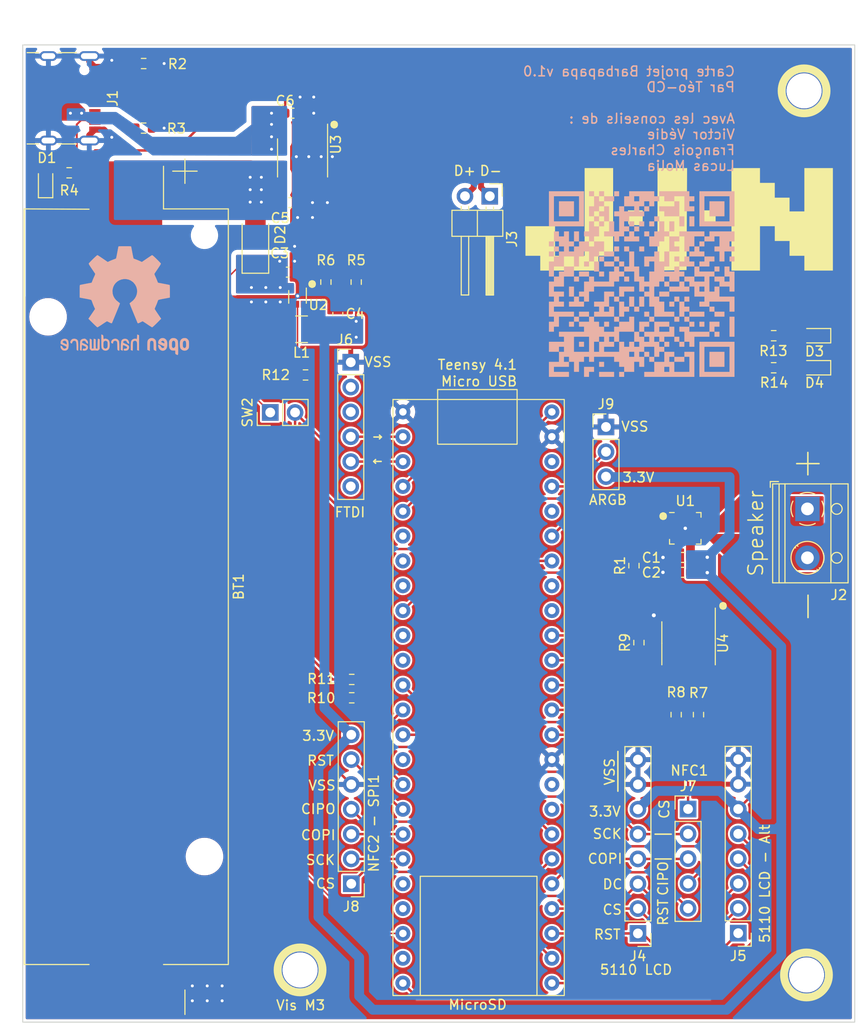
<source format=kicad_pcb>
(kicad_pcb (version 20221018) (generator pcbnew)
  (title_block (title "Carte projet Barbapapa") (date "2023-06-26") (rev "1.0") (company "Téo-CD"))
  (layers (0 "F.Cu" signal) (31 "B.Cu" power) (34 "B.Paste" user) (35 "F.Paste" user) (36 "B.SilkS" user "B.Silkscreen") (37 "F.SilkS" user "F.Silkscreen") (38 "B.Mask" user) (39 "F.Mask" user) (44 "Edge.Cuts" user))
  (net 0 "")
  (net 1 "/Power and USB/BATT_LOAD")
  (net 2 "VSS")
  (net 3 "/Power and USB/VBUS")
  (net 4 "Net-(D1-K)")
  (net 5 "Net-(D1-A)")
  (net 6 "Net-(J1-CC1)")
  (net 7 "/Power and USB/USB_D_P")
  (net 8 "/Power and USB/USB_D_N")
  (net 10 "Net-(J1-CC2)")
  (net 12 "/Audio/Speaker_P")
  (net 13 "/Audio/Speaker_N")
  (net 14 "/LCD connectors/LCD_RST")
  (net 15 "/LCD connectors/LCD_CS")
  (net 16 "/LCD connectors/LCD_DC")
  (net 17 "/SPI_COPI")
  (net 18 "/SPI_SCK")
  (net 19 "/LCD connectors/LCD_COPI_ALT")
  (net 20 "/LCD connectors/LCD_SCK_ALT")
  (net 23 "Net-(J6-Pin_4)")
  (net 24 "Net-(J6-Pin_5)")
  (net 26 "/NFC Connectors/NFC1_CS")
  (net 27 "/SPI_CIPO")
  (net 28 "/NFC2_CS")
  (net 29 "/SPI1_SCK")
  (net 30 "/SPI1_COPI")
  (net 31 "/SPI1_CIPO")
  (net 32 "/NFC Connectors/NFC2_RST")
  (net 33 "Net-(U2-SW)")
  (net 34 "/Audio/Amp_enable")
  (net 35 "Net-(U1-~{SD_MODE})")
  (net 36 "Net-(U2-FB)")
  (net 37 "Net-(U4-X0)")
  (net 38 "Net-(U4-X3)")
  (net 39 "/Audio/AMP_GAIN_EN")
  (net 40 "/Power and USB/VIN")
  (net 44 "/Audio_OUT")
  (net 47 "/Audio/AMP_GAIN0")
  (net 48 "/Audio/AMP_GAIN1")
  (net 51 "/Audio/LRCLK")
  (net 52 "/Audio/BCLK")
  (net 59 "Net-(U1-~{GAIN_SLOT})")
  (net 65 "/NFC1_RST")
  (net 66 "/BAT_SNS")
  (net 69 "/Reg_en")
  (net 70 "/Power and USB/BATT_SAFE")
  (net 71 "VDD")
  (net 72 "Net-(D3-A)")
  (net 73 "Net-(D4-A)")
  (net 74 "/DBG_LED_1")
  (net 75 "/DBG_LED_2")
  (net 76 "/ARGB_Data")
  (footprint "01_Passives:RES_0603" (layer "F.Cu") (at 51.2572 127 180)
    (fp_text reference "R11")
    (fp_text value "RES_0603_100K_1%")
  )
  (footprint "LED_SMD:LED_0603_1608Metric_Pad1.05x0.95mm_HandSolder" (layer "F.Cu") (at 98.6038 91.8464 180)
    (fp_text reference "D3")
    (fp_text value "LED")
  )
  (footprint "Connector_PinHeader_2.54mm:PinHeader_1x05_P2.54mm_Vertical" (layer "F.Cu") (at 85.667 140.2536)
    (fp_text reference "J7")
    (fp_text value "NFC1")
  )
  (footprint "01_Passives:RES_0603" (layer "F.Cu") (at 29.972 70.612 180)
    (fp_text reference "R3")
    (fp_text value "RES_0603_5K1_1%")
  )
  (footprint "Package_SO:SOIC-8_3.9x4.9mm_P1.27mm" (layer "F.Cu") (at 46.228 73.66 -90)
    (fp_text reference "U3")
    (fp_text value "MAX1811")
  )
  (footprint "01_Passives:RES_0603" (layer "F.Cu") (at 51.2572 128.8796)
    (fp_text reference "R10")
    (fp_text value "RES_0603_200k_1%")
  )
  (footprint "LOGO" (layer "F.Cu") (at 85.2424 80.2132)
    (fp_text reference "G***" hide)
    (fp_text value "LOGO" hide)
  )
  (footprint "MountingHole:MountingHole_3.2mm_M3" (layer "F.Cu") (at 97.536 66.802)
    (fp_text reference "H1" hide)
    (fp_text value "MountingHole")
  )
  (footprint "Diode_SMD:D_SOD-128" (layer "F.Cu") (at 41.402 82.296 90)
    (fp_text reference "D2")
    (fp_text value "PMEG3050EP-QX")
  )
  (footprint "Battery:BatteryHolder_Keystone_1042_1x18650" (layer "F.Cu") (at 28.193 117.516 -90)
    (fp_text reference "BT1")
    (fp_text value "Battery_Cell")
  )
  (footprint "01_Passives:CAP_0603" (layer "F.Cu") (at 85.1336 116.0474 180)
    (fp_text reference "C2")
    (fp_text value "CAP_0603_10uF_50V")
  )
  (footprint "Connector_PinHeader_2.54mm:PinHeader_1x02_P2.54mm_Vertical" (layer "F.Cu") (at 42.921 99.695 90)
    (fp_text reference "SW2")
    (fp_text value "Power switch")
  )
  (footprint "Connector_USB:USB_C_Receptacle_GCT_USB4105-xx-A_16P_TopMnt_Horizontal" (layer "F.Cu") (at 21.3 67.564 -90)
    (fp_text reference "J1")
    (fp_text value "USB_C_Receptacle_USB2.0")
  )
  (footprint "Stuff:Teensy 4.1" (layer "F.Cu") (at 64.1123 127.579)
    (fp_text reference "Teensy 4.1")
    (fp_text value "~")
  )
  (footprint "Connector_PinHeader_2.54mm:PinHeader_1x08_P2.54mm_Vertical" (layer "F.Cu") (at 80.5362 152.979 180)
    (fp_text reference "J4")
    (fp_text value "LCD SPI")
  )
  (footprint "01_Passives:RES_0603" (layer "F.Cu") (at 86.7338 130.6016 90)
    (fp_text reference "R7")
    (fp_text value "RES_0603_100K_1%")
  )
  (footprint "MountingHole:MountingHole_3.2mm_M3" (layer "F.Cu") (at 45.974 156.718)
    (fp_text reference "H3" hide)
    (fp_text value "MountingHole")
  )
  (footprint "01_Passives:CAP_0603" (layer "F.Cu") (at 44.704 85.344)
    (fp_text reference "C3")
    (fp_text value "CAP_0603_10uF_50V")
  )
  (footprint "01_Passives:RES_0603" (layer "F.Cu") (at 94.425 95.123 180)
    (fp_text reference "R14")
    (fp_text value "RES_0603_200_1%")
  )
  (footprint "LED_SMD:LED_0603_1608Metric_Pad1.05x0.95mm_HandSolder" (layer "F.Cu") (at 98.6 95.123 180)
    (fp_text reference "D4")
    (fp_text value "LED")
  )
  (footprint "01_Passives:RES_0603" (layer "F.Cu") (at 48.6156 86.36 90)
    (fp_text reference "R6")
    (fp_text value "RES_0603_44K2_1%")
  )
  (footprint "01_Passives:CAP_0603" (layer "F.Cu") (at 44.958 78.232 180)
    (fp_text reference "C5")
    (fp_text value "CAP_0603_10uF_50V")
  )
  (footprint "MountingHole:MountingHole_3.2mm_M3" (layer "F.Cu") (at 97.79 157.226)
    (fp_text reference "H2" hide)
    (fp_text value "MountingHole")
  )
  (footprint "Inductor_SMD:L_1210_3225Metric_Pad1.42x2.65mm_HandSolder" (layer "F.Cu") (at 46.1264 91.186)
    (fp_text reference "L1")
    (fp_text value "IND_1.5uH_5A_20%")
  )
  (footprint "Connector_PinHeader_2.54mm:PinHeader_1x07_P2.54mm_Vertical" (layer "F.Cu") (at 51.2091 147.899 180)
    (fp_text reference "J8")
    (fp_text value "NFC2")
  )
  (footprint "01_Passives:CAP_0603" (layer "F.Cu") (at 45.212 69.088 180)
    (fp_text reference "C6")
    (fp_text value "CAP_0603_10uF_50V")
  )
  (footprint "01_Passives:RES_0603" (layer "F.Cu") (at 46.5328 95.8596)
    (fp_text reference "R12")
    (fp_text value "RES_0603_5K1_1%")
  )
  (footprint "01_Passives:CAP_0603" (layer "F.Cu") (at 49.8348 89.6112 -90)
    (fp_text reference "C4")
    (fp_text value "CAP_0603_10uF_50V")
  )
  (footprint "Connector_PinHeader_2.54mm:PinHeader_1x06_P2.54mm_Vertical" (layer "F.Cu") (at 51.1583 94.559)
    (fp_text reference "J6")
    (fp_text value "Random FTDI")
  )
  (footprint "Package_TO_SOT_SMD:SOT-563" (layer "F.Cu") (at 45.712 87.872 -90)
    (fp_text reference "U2")
    (fp_text value "AP61201Z6-7 buck")
  )
  (footprint "01_Passives:RES_0603" (layer "F.Cu") (at 84.4478 130.6016 90)
    (fp_text reference "R8")
    (fp_text value "RES_0603_100K_1%")
  )
  (footprint "01_Passives:CAP_0603" (layer "F.Cu") (at 85.1336 114.5234 180)
    (fp_text reference "C1")
    (fp_text value "CAP_0603_100nF_50V")
  )
  (footprint "Connector_PinHeader_2.54mm:PinHeader_1x03_P2.54mm_Vertical" (layer "F.Cu") (at 77.2695 101.178)
    (fp_text reference "J9")
    (fp_text value "RGB_LED")
  )
  (footprint "01_Passives:RES_0603" (layer "F.Cu") (at 51.7144 86.36 -90)
    (fp_text reference "R5")
    (fp_text value "RES_0603_200k_1%")
  )
  (footprint "01_Passives:RES_0603" (layer "F.Cu") (at 22.352 75.184)
    (fp_text reference "R4")
    (fp_text value "RES_0603_200_1%")
  )
  (footprint "Package_SO:TSSOP-16_4.4x5mm_P0.65mm" (layer "F.Cu") (at 85.7178 123.3041 -90)
    (fp_text reference "U4")
    (fp_text value "CD4051B")
  )
  (footprint "TerminalBlock_RND:TerminalBlock_RND_205-00012_1x02_P5.00mm_Horizontal" (layer "F.Cu") (at 97.8787 109.5596 -90)
    (fp_text reference "J2")
    (fp_text value "Speaker")
  )
  (footprint "01_Passives:RES_0603" (layer "F.Cu") (at 94.4288 91.8464)
    (fp_text reference "R13")
    (fp_text value "RES_0603_200_1%")
  )
  (footprint "01_Passives:RES_0603" (layer "F.Cu") (at 29.972 64.008)
    (fp_text reference "R2")
    (fp_text value "RES_0603_5K1_1%")
  )
  (footprint "LED_SMD:LED_0603_1608Metric_Pad1.05x0.95mm_HandSolder" (layer "F.Cu") (at 19.939 76.073 90)
    (fp_text reference "D1")
    (fp_text value "LED")
  )
  (footprint "Connector_PinHeader_2.54mm:PinHeader_1x08_P2.54mm_Vertical" (layer "F.Cu") (at 90.7978 152.9536 180)
    (fp_text reference "J5")
    (fp_text value "LCD Soft SPI")
  )
  (footprint "01_Passives:RES_0603" (layer "F.Cu") (at 80.6378 123.2356 90)
    (fp_text reference "R9")
    (fp_text value "RES_0603_5K1_1%")
  )
  (footprint "Connector_PinHeader_2.54mm:PinHeader_1x02_P2.54mm_Horizontal" (layer "F.Cu") (at 65.3823 77.579 -90)
    (fp_text reference "J3")
    (fp_text value "Conn_01x02")
  )
  (footprint "Package_DFN_QFN:TQFN-16-1EP_3x3mm_P0.5mm_EP1.23x1.23mm" (layer "F.Cu") (at 85.3816 111.5439)
    (fp_text reference "U1")
    (fp_text value "MAX98357A/B")
  )
  (footprint "01_Passives:RES_0603" (layer "F.Cu") (at 80.1298 115.3616 90)
    (fp_text reference "R1")
    (fp_text value "RES_0603_634K_1%")
  )
  (footprint "LOGO" (layer "B.Cu") (at 80.9244 86.5632 180)
    (fp_text reference "G***" hide)
    (fp_text value "LOGO" hide)
  )
  (footprint "Symbol:OSHW-Logo2_14.6x12mm_SilkScreen" (layer "B.Cu") (at 28.0416 88.2396 180)
    (fp_text reference "REF**" hide)
    (fp_text value "OSHW-Logo2_14.6x12mm_SilkScreen" hide)
  )
  (gr_circle (center 97.536 66.802) (end 99.836 66.802) (stroke (width 0.8)) (fill none) (layer "F.SilkS"))
  (gr_line (start 82.296 145.3642) (end 83.947 145.3642) (stroke (width 0.153)) (layer "F.SilkS"))
  (gr_circle (center 97.7808 157.226) (end 100.0808 157.226) (stroke (width 0.8)) (fill none) (layer "F.SilkS"))
  (gr_line (start 78.486 134.366) (end 78.486 138.43) (stroke (width 0.153)) (layer "F.SilkS"))
  (gr_circle (center 45.974 156.7088) (end 48.274 156.7088) (stroke (width 0.8)) (fill none) (layer "F.SilkS"))
  (gr_line (start 82.296 142.8242) (end 83.947 142.8242) (stroke (width 0.153)) (layer "F.SilkS"))
  (gr_rect (start 17.6022 62.103) (end 102.7176 162.052) (stroke (width 0.1)) (fill none) (layer "Edge.Cuts"))
  (gr_text "${TITLE} v${REVISION}\nPar ${COMPANY}\n\nAvec les conseils de :\nVictor Védie\nFrançois Charles\nLucas Molia" (at 90.551 75.057) (layer "B.SilkS") (effects (font (size 1 1) (thickness 0.153)) (justify left bottom mirror)))
  (gr_text "3.3V" (at 46.101 133.35) (layer "F.SilkS") (effects (font (size 1 1) (thickness 0.153)) (justify left bottom)))
  (gr_text "+" (at 95.9639 106.4462) (layer "F.SilkS") (effects (font (size 3 3) (thickness 0.153)) (justify left bottom)))
  (gr_text "-" (at 96.4211 117.5714 -90) (layer "F.SilkS") (effects (font (size 3 3) (thickness 0.153)) (justify left bottom)))
  (gr_text "Vis M3" (at 43.434 160.909) (layer "F.SilkS") (effects (font (size 1 1) (thickness 0.153)) (justify left bottom)))
  (gr_text "RST" (at 83.693 152.273 90) (layer "F.SilkS") (effects (font (size 1 1) (thickness 0.153)) (justify left bottom)))
  (gr_text "VSS" (at 52.451 95.123) (layer "F.SilkS") (effects (font (size 1 1) (thickness 0.153)) (justify left bottom)))
  (gr_text "●" (at 46.612 86.972) (layer "F.SilkS") (effects (font (size 0.8 0.8) (thickness 0.153)) (justify left bottom)))
  (gr_text "CS" (at 76.835 151.13) (layer "F.SilkS") (effects (font (size 1 1) (thickness 0.153)) (justify left bottom)))
  (gr_text "CIPO" (at 83.693 149.225 90) (layer "F.SilkS") (effects (font (size 1 1) (thickness 0.153)) (justify left bottom)))
  (gr_text "NFC1" (at 83.7692 136.906) (layer "F.SilkS") (effects (font (size 1 1) (thickness 0.153)) (justify left bottom)))
  (gr_text "DC" (at 76.835 148.5392) (layer "F.SilkS") (effects (font (size 1 1) (thickness 0.153)) (justify left bottom)))
  (gr_text "SCK" (at 46.482 146.05) (layer "F.SilkS") (effects (font (size 1 1) (thickness 0.153)) (justify left bottom)))
  (gr_text "RST" (at 46.609 135.89) (layer "F.SilkS") (effects (font (size 1 1) (thickness 0.153)) (justify left bottom)))
  (gr_text "RST" (at 75.946 153.67) (layer "F.SilkS") (effects (font (size 1 1) (thickness 0.153)) (justify left bottom)))
  (gr_text "VSS" (at 46.736 138.43) (layer "F.SilkS") (effects (font (size 1 1) (thickness 0.153)) (justify left bottom)))
  (gr_text "●" (at 48.8696 70.6628) (layer "F.SilkS") (effects (font (size 0.8 0.8) (thickness 0.153)) (justify left bottom)))
  (gr_text "●" (at 82.5246 110.7134) (layer "F.SilkS") (effects (font (size 0.8 0.8) (thickness 0.153)) (justify left bottom)))
  (gr_text "SCK" (at 75.819 143.383) (layer "F.SilkS") (effects (font (size 1 1) (thickness 0.153)) (justify left bottom)))
  (gr_text "Speaker" (at 93.472 116.586 90) (layer "F.SilkS") (effects (font (size 1.5 1.5) (thickness 0.153)) (justify left bottom)))
  (gr_text "VSS" (at 78.74 101.727) (layer "F.SilkS") (effects (font (size 1 1) (thickness 0.153)) (justify left bottom)))
  (gr_text "ARGB" (at 75.438 109.22) (layer "F.SilkS") (effects (font (size 1 1) (thickness 0.153)) (justify left bottom)))
  (gr_text "5110 LCD" (at 76.5556 157.2768) (layer "F.SilkS") (effects (font (size 1 1) (thickness 0.153)) (justify left bottom)))
  (gr_text "D+" (at 61.595 75.565) (layer "F.SilkS") (effects (font (size 1 1) (thickness 0.153)) (justify left bottom)))
  (gr_text "VSS" (at 78.232 137.922 90) (layer "F.SilkS") (effects (font (size 1 1) (thickness 0.153)) (justify left bottom)))
  (gr_text "D-" (at 64.262 75.565) (layer "F.SilkS") (effects (font (size 1 1) (thickness 0.153)) (justify left bottom)))
  (gr_text "●" (at 88.646 119.888) (layer "F.SilkS") (effects (font (size 0.8 0.8) (thickness 0.153)) (justify left bottom)))
  (gr_text "COPI" (at 45.974 143.51) (layer "F.SilkS") (effects (font (size 1 1) (thickness 0.153)) (justify left bottom)))
  (gr_text "→" (at 54.61 104.1908 180) (layer "F.SilkS") (effects (font (size 1 1) (thickness 0.153)) (justify left bottom)))
  (gr_text "CS" (at 47.498 148.463) (layer "F.SilkS") (effects (font (size 1 1) (thickness 0.153)) (justify left bottom)))
  (gr_text "CS" (at 83.82 141.351 90) (layer "F.SilkS") (effects (font (size 1 1) (thickness 0.153)) (justify left bottom)))
  (gr_text "3.3V" (at 78.867 106.934) (layer "F.SilkS") (effects (font (size 1 1) (thickness 0.153)) (justify left bottom)))
  (gr_text "5110 LCD - Alt" (at 94.107 154.0458 90) (layer "F.SilkS") (effects (font (size 1 1) (thickness 0.153)) (justify left bottom)))
  (gr_text "NFC2 - SPI1" (at 54.102 146.812 90) (layer "F.SilkS") (effects (font (size 1 1) (thickness 0.153)) (justify left bottom)))
  (gr_text "3.3V" (at 75.438 141.097) (layer "F.SilkS") (effects (font (size 1 1) (thickness 0.153)) (justify left bottom)))
  (gr_text "CIPO" (at 45.974 140.843) (layer "F.SilkS") (effects (font (size 1 1) (thickness 0.153)) (justify left bottom)))
  (gr_text "FTDI" (at 49.4284 110.49) (layer "F.SilkS") (effects (font (size 1 1) (thickness 0.153)) (justify left bottom)))
  (gr_text "→" (at 53.1876 102.7176) (layer "F.SilkS") (effects (font (size 1 1) (thickness 0.153)) (justify left bottom)))
  (gr_text "COPI" (at 75.311 145.923) (layer "F.SilkS") (effects (font (size 1 1) (thickness 0.153)) (justify left bottom)))
  (via (at 40.8686 76.9112) (size 0.56) (drill 0.3) (layers "F.Cu" "B.Cu") (net 1))
  (via (at 40.8686 78.1812) (size 0.56) (drill 0.3) (layers "F.Cu" "B.Cu") (net 1))
  (via (at 42.0116 76.9112) (size 0.56) (drill 0.3) (layers "F.Cu" "B.Cu") (net 1))
  (via (at 42.0116 78.1812) (size 0.56) (drill 0.3) (layers "F.Cu" "B.Cu") (net 1))
  (via (at 42.0116 75.6412) (size 0.56) (drill 0.3) (layers "F.Cu" "B.Cu") (net 1))
  (via (at 40.8686 75.6412) (size 0.56) (drill 0.3) (layers "F.Cu" "B.Cu") (net 1))
  (segment (start 83.0966 116.0474) (end 84.3586 116.0474) (width 0.4) (layer "F.Cu") (net 2))
  (segment (start 85.1316 110.1064) (end 85.1316 111.2939) (width 0.15) (layer "F.Cu") (net 2))
  (segment (start 83.9441 111.7939) (end 85.1316 111.7939) (width 0.15) (layer "F.Cu") (net 2))
  (segment (start 83.1016 114.5234) (end 84.3586 114.5234) (width 0.4) (layer "F.Cu") (net 2))
  (segment (start 83.4428 120.4416) (end 82.1618 120.4416) (width 0.25) (layer "F.Cu") (net 2))
  (segment (start 49.3268 129.3876) (end 49.3268 135.8567) (width 0.25) (layer "F.Cu") (net 2))
  (segment (start 49.3268 135.8567) (end 51.2091 137.739) (width 0.25) (layer "F.Cu") (net 2))
  (segment (start 83.4428 120.4416) (end 84.0928 120.4416) (width 0.25) (layer "F.Cu") (net 2))
  (segment (start 87.3428 124.91533) (end 87.3428 126.1666) (width 0.25) (layer "F.Cu") (net 2))
  (segment (start 24.405 63.789) (end 24.98 64.364) (width 0.6) (layer "F.Cu") (net 2))
  (segment (start 32.0654 70.612) (end 30.797 70.612) (width 0.25) (layer "F.Cu") (net 2))
  (segment (start 51.1583 94.559) (end 47.9858 94.559) (width 0.15) (layer "F.Cu") (net 2))
  (segment (start 86.9828 135.1736) (end 90.7978 135.1736) (width 0.25) (layer "F.Cu") (net 2))
  (segment (start 84.0928 120.4416) (end 84.0928 121.66533) (width 0.25) (layer "F.Cu") (net 2))
  (segment (start 24.98 70.764) (end 25.9224 70.764) (width 0.6) (layer "F.Cu") (net 2))
  (segment (start 47.9858 94.559) (end 47.3578 95.187) (width 0.15) (layer "F.Cu") (net 2))
  (segment (start 47.3578 95.187) (end 47.3578 95.8596) (width 0.15) (layer "F.Cu") (net 2))
  (segment (start 24.98 64.364) (end 26.024 64.364) (width 0.6) (layer "F.Cu") (net 2))
  (segment (start 86.8191 111.2939) (end 85.6316 111.2939) (width 0.15) (layer "F.Cu") (net 2))
  (segment (start 50.4322 128.8796) (end 49.8348 128.8796) (width 0.25) (layer "F.Cu") (net 2))
  (segment (start 25.9224 70.764) (end 26.7102 71.5518) (width 0.6) (layer "F.Cu") (net 2))
  (segment (start 24.405 71.884) (end 24.405 71.339) (width 0.6) (layer "F.Cu") (net 2))
  (segment (start 32.0654 64.008) (end 30.797 64.008) (width 0.25) (layer "F.Cu") (net 2))
  (segment (start 49.8348 128.8796) (end 49.3268 129.3876) (width 0.25) (layer "F.Cu") (net 2))
  (segment (start 84.4478 132.6386) (end 86.9828 135.1736) (width 0.25) (layer "F.Cu") (net 2))
  (segment (start 84.4478 131.4266) (end 84.4478 132.6386) (width 0.25) (layer "F.Cu") (net 2))
  (segment (start 84.0928 121.66533) (end 87.3428 124.91533) (width 0.25) (layer "F.Cu") (net 2))
  (segment (start 26.024 64.364) (end 26.7102 63.6778) (width 0.6) (layer "F.Cu") (net 2))
  (segment (start 24.405 63.244) (end 24.405 63.789) (width 0.6) (layer "F.Cu") (net 2))
  (segment (start 24.405 71.339) (end 24.98 70.764) (width 0.6) (layer "F.Cu") (net 2))
  (via (at 47.244 78.232) (size 0.56) (drill 0.3) (layers "F.Cu" "B.Cu") (net 2))
  (via (at 34.9504 159.8676) (size 0.56) (drill 0.3) (layers "F.Cu" "B.Cu") (net 2))
  (via (at 36.4744 159.8676) (size 0.56) (drill 0.3) (layers "F.Cu" "B.Cu") (net 2))
  (via (at 45.4152 82.7024) (size 0.56) (drill 0.3) (layers "F.Cu" "B.Cu") (net 2))
  (via (at 82.1618 120.4416) (size 0.8) (drill 0.4) (layers "F.Cu" "B.Cu") (net 2))
  (via (at 45.72 79.756) (size 0.56) (drill 0.3) (layers "F.Cu" "B.Cu") (net 2))
  (via (at 42.4688 88.392) (size 0.56) (drill 0.3) (layers "F.Cu" "B.Cu") (net 2))
  (via (at 32.0654 64.008) (size 0.56) (drill 0.3) (layers "F.Cu" "B.Cu") (net 2))
  (via (at 45.4152 84.2264) (size 0.56) (drill 0.3) (layers "F.Cu" "B.Cu") (net 2))
  (via (at 47.371 67.437) (size 0.56) (drill 0.3) (layers "F.Cu" "B.Cu") (net 2))
  (via (at 48.768 78.232) (size 0.56) (drill 0.3) (layers "F.Cu" "B.Cu") (net 2))
  (via (at 47.244 79.756) (size 0.56) (drill 0.3) (layers "F.Cu" "B.Cu") (net 2))
  (via (at 37.9984 158.3436) (size 0.56) (drill 0.3) (layers "F.Cu" "B.Cu") (net 2))
  (via (at 45.72 87.7824) (size 0.56) (drill 0.3) (layers "F.Cu" "B.Cu") (net 2))
  (via (at 34.9504 158.3436) (size 0.56) (drill 0.3) (layers "F.Cu" "B.Cu") (net 2))
  (via (at 45.593 73.533) (size 0.56) (drill 0.3) (layers "F.Cu" "B.Cu") (net 2))
  (via (at 45.974 67.437) (size 0.56) (drill 0.3) (layers "F.Cu" "B.Cu") (net 2))
  (via (at 26.7102 63.6778) (size 0.56) (drill 0.3) (layers "F.Cu" "B.Cu") (net 2))
  (via (at 46.863 73.533) (size 0.56) (drill 0.3) (layers "F.Cu" "B.Cu") (net 2))
  (via (at 36.4744 158.3436) (size 0.56) (drill 0.3) (layers "F.Cu" "B.Cu") (net 2))
  (via (at 40.9956 88.392) (size 0.56) (drill 0.3) (layers "F.Cu" "B.Cu") (net 2))
  (via (at 43.942 88.392) (size 0.56) (drill 0.3) (layers "F.Cu" "B.Cu") (net 2))
  (via (at 32.0654 70.612) (size 0.56) (drill 0.3) (layers "F.Cu" "B.Cu") (net 2))
  (via (at 49.276 73.533) (size 0.56) (drill 0.3) (layers "F.Cu" "B.Cu") (net 2))
  (via (at 85.3816 111.5439) (size 0.61) (drill 0.35) (layers "F.Cu" "B.Cu") (net 2))
  (via (at 83.0966 116.0474) (size 0.61) (drill 0.35) (layers "F.Cu" "B.Cu") (net 2))
  (via (at 26.7102 71.5518) (size 0.56) (drill 0.3) (layers "F.Cu" "B.Cu") (net 2))
  (via (at 37.9984 159.8676) (size 0.56) (drill 0.3) (layers "F.Cu" "B.Cu") (net 2))
  (via (at 83.1016 114.5234) (size 0.61) (drill 0.35) (layers "F.Cu" "B.Cu") (net 2))
  (via (at 47.371 69.088) (size 0.56) (drill 0.3) (layers "F.Cu" "B.Cu") (net 2))
  (via (at 48.133 73.533) (size 0.56) (drill 0.3) (layers "F.Cu" "B.Cu") (net 2))
  (segment (start 46.863 71.185) (end 48.133 71.185) (width 0.25) (layer "F.Cu") (net 3))
  (segment (start 51.054 71.758) (end 50.481 71.185) (width 0.25) (layer "F.Cu") (net 3))
  (segment (start 50.481 66.991) (end 50.481 71.185) (width 0.25) (layer "F.Cu") (net 3))
  (segment (start 44.958 66.421) (end 49.911 66.421) (width 0.25) (layer "F.Cu") (net 3))
  (segment (start 23.177 75.184) (end 23.128 75.135) (width 0.2) (layer "F.Cu") (net 3))
  (segment (start 51.054 73.7616) (end 51.054 71.758) (width 0.25) (layer "F.Cu") (net 3))
  (segment (start 24.8152 69.7992) (end 24.98 69.964) (width 0.2) (layer "F.Cu") (net 3))
  (segment (start 46.863 76.135) (end 46.863 75.758249) (width 0.25) (layer "F.Cu") (net 3))
  (segment (start 44.45 66.929) (end 44.958 66.421) (width 0.25) (layer "F.Cu") (net 3))
  (segment (start 48.133 71.185) (end 50.481 71.185) (width 0.25) (layer "F.Cu") (net 3))
  (segment (start 23.5712 69.7992) (end 24.8152 69.7992) (width 0.2) (layer "F.Cu") (net 3))
  (segment (start 44.45 69.075) (end 44.45 66.929) (width 0.25) (layer "F.Cu") (net 3))
  (segment (start 23.128 75.135) (end 23.128 70.2424) (width 0.2) (layer "F.Cu") (net 3))
  (segment (start 49.911 66.421) (end 50.481 66.991) (width 0.25) (layer "F.Cu") (net 3))
  (segment (start 46.863 75.758249) (end 47.742049 74.8792) (width 0.25) (layer "F.Cu") (net 3))
  (segment (start 49.9364 74.8792) (end 51.054 73.7616) (width 0.25) (layer "F.Cu") (net 3))
  (segment (start 47.742049 74.8792) (end 49.9364 74.8792) (width 0.25) (layer "F.Cu") (net 3))
  (segment (start 23.128 70.2424) (end 23.5712 69.7992) (width 0.2) (layer "F.Cu") (net 3))
  (segment (start 44.437 69.088) (end 44.45 69.075) (width 0.25) (layer "F.Cu") (net 3))
  (via (at 43.053 71.501) (size 0.56) (drill 0.3) (layers "F.Cu" "B.Cu") (net 3))
  (via (at 43.053 70.231) (size 0.56) (drill 0.3) (layers "F.Cu" "B.Cu") (net 3))
  (via (at 22.479 69.088) (size 0.56) (drill 0.3) (layers "F.Cu" "B.Cu") (net 3))
  (via (at 43.053 69.088) (size 0.56) (drill 0.3) (layers "F.Cu" "B.Cu") (net 3))
  (via (at 43.053 72.771) (size 0.56) (drill 0.3) (layers "F.Cu" "B.Cu") (net 3))
  (via (at 23.622 69.088) (size 0.56) (drill 0.3) (layers "F.Cu" "B.Cu") (net 3))
  (segment (start 51.431 67.407841) (end 50.063159 66.04) (width 0.25) (layer "F.Cu") (net 4))
  (segment (start 38.735 67.437) (end 33.274 72.898) (width 0.25) (layer "F.Cu") (net 4))
  (segment (start 33.274 72.898) (end 25.005 72.898) (width 0.25) (layer "F.Cu") (net 4))
  (segment (start 43.307 67.437) (end 38.735 67.437) (width 0.25) (layer "F.Cu") (net 4))
  (segment (start 44.704 66.04) (end 43.307 67.437) (width 0.25) (layer "F.Cu") (net 4))
  (segment (start 51.431 73.917758) (end 51.431 67.407841) (width 0.25) (layer "F.Cu") (net 4))
  (segment (start 23.128 76.948) (end 19.939 76.948) (width 0.25) (layer "F.Cu") (net 4))
  (segment (start 24.003 73.9) (end 24.003 76.073) (width 0.25) (layer "F.Cu") (net 4))
  (segment (start 48.133 76.135) (end 49.213758 76.135) (width 0.25) (layer "F.Cu") (net 4))
  (segment (start 24.003 76.073) (end 23.128 76.948) (width 0.25) (layer "F.Cu") (net 4))
  (segment (start 25.005 72.898) (end 24.003 73.9) (width 0.25) (layer "F.Cu") (net 4))
  (segment (start 50.063159 66.04) (end 44.704 66.04) (width 0.25) (layer "F.Cu") (net 4))
  (segment (start 49.213758 76.135) (end 51.431 73.917758) (width 0.25) (layer "F.Cu") (net 4))
  (segment (start 21.527 75.184) (end 19.953 75.184) (width 0.2) (layer "F.Cu") (net 5))
  (segment (start 19.953 75.184) (end 19.939 75.198) (width 0.2) (layer "F.Cu") (net 5))
  (segment (start 28.111 64.008) (end 29.147 64.008) (width 0.25) (layer "F.Cu") (net 6))
  (segment (start 24.98 66.314) (end 25.805 66.314) (width 0.25) (layer "F.Cu") (net 6))
  (segment (start 25.805 66.314) (end 28.111 64.008) (width 0.25) (layer "F.Cu") (net 6))
  (segment (start 25.709 67.314) (end 25.9842 67.5892) (width 0.25) (layer "F.Cu") (net 7))
  (segment (start 63.737299 75.697631) (end 52.778268 64.7386) (width 0.6) (layer "F.Cu") (net 7))
  (segment (start 25.9842 67.5892) (end 25.9842 68.1848) (width 0.25) (layer "F.Cu") (net 7))
  (segment (start 62.8423 77.579) (end 63.737299 76.684001) (width 0.6) (layer "F.Cu") (net 7))
  (segment (start 36.578932 64.7386) (end 33.764836 67.552696) (width 0.6) (layer "F.Cu") (net 7))
  (segment (start 63.737299 76.684001) (end 63.737299 75.697631) (width 0.6) (layer "F.Cu") (net 7))
  (segment (start 52.778268 64.7386) (end 36.578932 64.7386) (width 0.6) (layer "F.Cu") (net 7))
  (segment (start 33.764836 67.552696) (end 26.495039 67.552696) (width 0.6) (layer "F.Cu") (net 7))
  (segment (start 24.98 67.314) (end 25.709 67.314) (width 0.25) (layer "F.Cu") (net 7))
  (segment (start 25.855 68.314) (end 24.98 68.314) (width 0.25) (layer "F.Cu") (net 7))
  (segment (start 25.9842 68.1848) (end 25.855 68.314) (width 0.25) (layer "F.Cu") (net 7))
  (segment (start 33.454172 66.802696) (end 26.09695 66.802696) (width 0.6) (layer "F.Cu") (net 8))
  (segment (start 36.268268 63.9886) (end 33.454172 66.802696) (width 0.6) (layer "F.Cu") (net 8))
  (segment (start 53.088932 63.9886) (end 36.268268 63.9886) (width 0.6) (layer "F.Cu") (net 8))
  (segment (start 23.8146 67.5236) (end 24.105 67.814) (width 0.25) (layer "F.Cu") (net 8))
  (segment (start 64.487301 76.684001) (end 64.487301 75.386969) (width 0.6) (layer "F.Cu") (net 8))
  (segment (start 24.105 66.814) (end 23.8146 67.1044) (width 0.25) (layer "F.Cu") (net 8))
  (segment (start 23.8146 67.1044) (end 23.8146 67.5236) (width 0.25) (layer "F.Cu") (net 8))
  (segment (start 64.487301 75.386969) (end 53.088932 63.9886) (width 0.6) (layer "F.Cu") (net 8))
  (segment (start 24.105 67.814) (end 24.98 67.814) (width 0.25) (layer "F.Cu") (net 8))
  (segment (start 65.3823 77.579) (end 64.487301 76.684001) (width 0.6) (layer "F.Cu") (net 8))
  (segment (start 24.98 66.814) (end 24.105 66.814) (width 0.25) (layer "F.Cu") (net 8))
  (segment (start 26.769 69.314) (end 28.067 70.612) (width 0.25) (layer "F.Cu") (net 10))
  (segment (start 24.98 69.314) (end 26.769 69.314) (width 0.25) (layer "F.Cu") (net 10))
  (segment (start 28.067 70.612) (end 29.147 70.612) (width 0.25) (layer "F.Cu") (net 10))
  (segment (start 88.9182 154.8332) (end 90.7978 152.9536) (width 0.25) (layer "F.Cu") (net 14))
  (segment (start 80.9934 152.979) (end 82.8476 154.8332) (width 0.25) (layer "F.Cu") (net 14))
  (segment (start 82.8476 154.8332) (end 88.9182 154.8332) (width 0.25) (layer "F.Cu") (net 14))
  (segment (start 80.5362 152.979) (end 71.7323 152.979) (width 0.25) (layer "F.Cu") (net 14))
  (segment (start 80.5362 150.439) (end 71.7323 150.439) (width 0.25) (layer "F.Cu") (net 15))
  (segment (start 84.1176 154.0204) (end 87.191 154.0204) (width 0.25) (layer "F.Cu") (net 15))
  (segment (start 80.5362 150.439) (end 84.1176 154.0204) (width 0.25) (layer "F.Cu") (net 15))
  (segment (start 87.191 154.0204) (end 90.7978 150.4136) (width 0.25) (layer "F.Cu") (net 15))
  (segment (start 79.2916 149.1436) (end 71.0744 149.1436) (width 0.25) (layer "F.Cu") (net 16))
  (segment (start 70.104 150.114) (end 71.0744 149.1436) (width 0.25) (layer "F.Cu") (net 16))
  (segment (start 80.5362 147.899) (end 84.8288 152.1916) (width 0.25) (layer "F.Cu") (net 16))
  (segment (start 86.4798 152.1916) (end 90.7978 147.8736) (width 0.25) (layer "F.Cu") (net 16))
  (segment (start 70.104 153.8907) (end 70.104 150.114) (width 0.25) (layer "F.Cu") (net 16))
  (segment (start 84.8288 152.1916) (end 86.4798 152.1916) (width 0.25) (layer "F.Cu") (net 16))
  (segment (start 71.7323 155.519) (end 70.104 153.8907) (width 0.25) (layer "F.Cu") (net 16))
  (segment (start 79.2916 149.1436) (end 80.5362 147.899) (width 0.25) (layer "F.Cu") (net 16))
  (segment (start 59.3167 133.9036) (end 55.5067 133.9036) (width 0.25) (layer "F.Cu") (net 17))
  (segment (start 85.6416 145.359) (end 85.667 145.3336) (width 0.25) (layer "F.Cu") (net 17))
  (segment (start 80.5362 145.359) (end 78.9001 145.359) (width 0.25) (layer "F.Cu") (net 17))
  (segment (start 55.5067 133.9036) (end 54.9987 133.3956) (width 0.25) (layer "F.Cu") (net 17))
  (segment (start 54.9987 133.3956) (end 54.9987 131.6126) (width 0.25) (layer "F.Cu") (net 17))
  (segment (start 80.5362 145.359) (end 85.6416 145.359) (width 0.25) (layer "F.Cu") (net 17))
  (segment (start 54.9987 131.6126) (end 56.4923 130.119) (width 0.25) (layer "F.Cu") (net 17))
  (segment (start 64.3967 138.9836) (end 59.3167 133.9036) (width 0.25) (layer "F.Cu") (net 17))
  (segment (start 78.9001 145.359) (end 72.5247 138.9836) (width 0.25) (layer "F.Cu") (net 17))
  (segment (start 72.5247 138.9836) (end 64.3967 138.9836) (width 0.25) (layer "F.Cu") (net 17))
  (segment (start 78.486 137.7188) (end 73.4262 132.659) (width 0.25) (layer "F.Cu") (net 18))
  (segment (start 78.486 140.7688) (end 78.486 137.7188) (width 0.25) (layer "F.Cu") (net 18))
  (segment (start 85.6416 142.819) (end 85.667 142.7936) (width 0.25) (layer "F.Cu") (net 18))
  (segment (start 80.5362 142.819) (end 85.6416 142.819) (width 0.25) (layer "F.Cu") (net 18))
  (segment (start 73.4262 132.659) (end 71.7323 132.659) (width 0.25) (layer "F.Cu") (net 18))
  (segment (start 80.5362 142.819) (end 78.486 140.7688) (width 0.25) (layer "F.Cu") (net 18))
  (segment (start 88.0424 158.059) (end 93.0838 153.0176) (width 0.25) (layer "F.Cu") (net 19))
  (segment (start 93.0838 153.0176) (end 93.0838 147.6196) (width 0.25) (layer "F.Cu") (net 19))
  (segment (start 93.0838 147.6196) (end 90.7978 145.3336) (width 0.25) (layer "F.Cu") (net 19))
  (segment (start 71.7323 158.059) (end 88.0424 158.059) (width 0.25) (layer "F.Cu") (net 19))
  (segment (start 57.9199 159.4866) (end 56.4923 158.059) (width 0.25) (layer "F.Cu") (net 20))
  (segment (start 93.7768 145.7726) (end 93.7768 153.6192) (width 0.25) (layer "F.Cu") (net 20))
  (segment (start 93.7768 153.6192) (end 87.9094 159.4866) (width 0.25) (layer "F.Cu") (net 20))
  (segment (start 87.9094 159.4866) (end 57.9199 159.4866) (width 0.25) (layer "F.Cu") (net 20))
  (segment (start 90.7978 142.7936) (end 93.7768 145.7726) (width 0.25) (layer "F.Cu") (net 20))
  (segment (start 51.1583 102.179) (end 56.4923 102.179) (width 0.25) (layer "F.Cu") (net 23))
  (segment (start 56.4923 104.719) (end 51.1583 104.719) (width 0.25) (layer "F.Cu") (net 24))
  (segment (start 81.1458 131.3636) (end 60.2769 131.3636) (width 0.25) (layer "F.Cu") (net 26))
  (segment (start 60.2769 131.3636) (end 56.4923 127.579) (width 0.25) (layer "F.Cu") (net 26))
  (segment (start 85.667 135.8848) (end 81.1458 131.3636) (width 0.25) (layer "F.Cu") (net 26))
  (segment (start 85.667 140.2536) (end 85.667 135.8848) (width 0.25) (layer "F.Cu") (net 26))
  (segment (start 87.2418 144.8256) (end 87.2418 146.2988) (width 0.25) (layer "F.Cu") (net 27))
  (segment (start 76.835 139.827) (end 76.835 141.351) (width 0.25) (layer "F.Cu") (net 27))
  (segment (start 61.6281 132.659) (end 65.4127 136.4436) (width 0.25) (layer "F.Cu") (net 27))
  (segment (start 86.4798 144.0636) (end 87.2418 144.8256) (width 0.25) (layer "F.Cu") (net 27))
  (segment (start 65.4127 136.4436) (end 73.4516 136.4436) (width 0.25) (layer "F.Cu") (net 27))
  (segment (start 87.2418 146.2988) (end 85.667 147.8736) (width 0.25) (layer "F.Cu") (net 27))
  (segment (start 56.4923 132.659) (end 61.6281 132.659) (width 0.25) (layer "F.Cu") (net 27))
  (segment (start 76.835 141.351) (end 79.5476 144.0636) (width 0.25) (layer "F.Cu") (net 27))
  (segment (start 79.5476 144.0636) (end 86.4798 144.0636) (width 0.25) (layer "F.Cu") (net 27))
  (segment (start 73.4516 136.4436) (end 76.835 139.827) (width 0.25) (layer "F.Cu") (net 27))
  (segment (start 70.4063 146.685) (end 71.7323 145.359) (width 0.25) (layer "F.Cu") (net 28))
  (segment (start 52.4231 146.685) (end 70.4063 146.685) (width 0.25) (layer "F.Cu") (net 28))
  (segment (start 51.2091 147.899) (end 52.4231 146.685) (width 0.25) (layer "F.Cu") (net 28))
  (segment (start 56.4923 145.359) (end 51.2091 145.359) (width 0.25) (layer "F.Cu") (net 29))
  (segment (start 56.4923 142.819) (end 51.2091 142.819) (width 0.25) (layer "F.Cu") (net 30))
  (segment (start 52.4791 141.549) (end 70.4623 141.549) (width 0.25) (layer "F.Cu") (net 31))
  (segment (start 70.4623 141.549) (end 71.7323 142.819) (width 0.25) (layer "F.Cu") (net 31))
  (segment (start 51.2091 140.279) (end 52.4791 141.549) (width 0.25) (layer "F.Cu") (net 31))
  (segment (start 56.2891 140.279) (end 56.4923 140.279) (width 0.25) (layer "F.Cu") (net 32))
  (segment (start 51.2091 135.199) (end 56.2891 140.279) (width 0.25) (layer "F.Cu") (net 32))
  (segment (start 45.142 90.4375) (end 45.142 88.622) (width 0.4) (layer "F.Cu") (net 33))
  (segment (start 80.1298 116.1866) (end 80.1298 117.4822) (width 0.25) (layer "F.Cu") (net 34))
  (segment (start 80.1298 117.4822) (end 75.113 122.499) (width 0.25) (layer "F.Cu") (net 34))
  (segment (start 75.113 122.499) (end 71.7323 122.499) (width 0.25) (layer "F.Cu") (net 34))
  (segment (start 81.6916 112.3136) (end 83.9244 112.3136) (width 0.25) (layer "F.Cu") (net 35))
  (segment (start 80.1298 113.8754) (end 81.6916 112.3136) (width 0.25) (layer "F.Cu") (net 35))
  (segment (start 80.1298 114.5366) (end 80.1298 113.8754) (width 0.25) (layer "F.Cu") (net 35))
  (segment (start 83.9244 112.3136) (end 83.9441 112.2939) (width 0.25) (layer "F.Cu") (net 35))
  (segment (start 47.1038 85.535) (end 46.212 86.4268) (width 0.25) (layer "F.Cu") (net 36))
  (segment (start 46.212 86.4268) (end 46.212 87.122) (width 0.25) (layer "F.Cu") (net 36))
  (segment (start 51.7144 85.535) (end 48.6156 85.535) (width 0.25) (layer "F.Cu") (net 36))
  (segment (start 48.6156 85.535) (end 47.1038 85.535) (width 0.25) (layer "F.Cu") (net 36))
  (segment (start 86.7338 129.7766) (end 86.7338 128.8978) (width 0.25) (layer "F.Cu") (net 37))
  (segment (start 86.7338 128.8978) (end 86.0428 128.2068) (width 0.25) (layer "F.Cu") (net 37))
  (segment (start 86.0428 128.2068) (end 86.0428 126.1666) (width 0.25) (layer "F.Cu") (net 37))
  (segment (start 84.4478 129.7766) (end 84.4478 129.0646) (width 0.25) (layer "F.Cu") (net 38))
  (segment (start 85.3928 128.1196) (end 85.3928 126.1666) (width 0.25) (layer "F.Cu") (net 38))
  (segment (start 84.4478 129.0646) (end 85.3928 128.1196) (width 0.25) (layer "F.Cu") (net 38))
  (segment (start 80.6378 122.4106) (end 80.6378 119.1716) (width 0.25) (layer "F.Cu") (net 39))
  (segment (start 78.9606 122.4106) (end 80.6378 122.4106) (width 0.25) (layer "F.Cu") (net 39))
  (segment (start 76.3322 125.039) (end 78.9606 122.4106) (width 0.25) (layer "F.Cu") (net 39))
  (segment (start 80.6378 119.1716) (end 80.8918 118.9176) (width 0.25) (layer "F.Cu") (net 39))
  (segment (start 71.7323 125.039) (end 76.3322 125.039) (width 0.25) (layer "F.Cu") (net 39))
  (segment (start 80.8918 118.9176) (end 84.1938 118.9176) (width 0.25) (layer "F.Cu") (net 39))
  (segment (start 84.1938 118.9176) (end 84.7428 119.4666) (width 0.25) (layer "F.Cu") (net 39))
  (segment (start 84.7428 119.4666) (end 84.7428 120.4416) (width 0.25) (layer "F.Cu") (net 39))
  (segment (start 57.7063 113.665) (end 54.1782 113.665) (width 0.25) (layer "F.Cu") (net 40))
  (segment (start 48.4886 107.9754) (end 48.4886 102.7226) (width 0.25) (layer "F.Cu") (net 40))
  (segment (start 45.461 123.1596) (end 49.3014 127) (width 0.25) (layer "F.Cu") (net 40))
  (segment (start 71.7323 99.639) (end 57.7063 113.665) (width 0.25) (layer "F.Cu") (net 40))
  (segment (start 45.461 99.695) (end 45.461 123.1596) (width 0.25) (layer "F.Cu") (net 40))
  (segment (start 54.1782 113.665) (end 48.4886 107.9754) (width 0.25) (layer "F.Cu") (net 40))
  (segment (start 49.3014 127) (end 50.4322 127) (width 0.25) (layer "F.Cu") (net 40))
  (segment (start 48.4886 102.7226) (end 45.461 99.695) (width 0.25) (layer "F.Cu") (net 40))
  (segment (start 60.3733 116.078) (end 75.6034 116.078) (width 0.25) (layer "F.Cu") (net 44))
  (segment (start 75.6034 116.078) (end 80.8875 110.7939) (width 0.25) (layer "F.Cu") (net 44))
  (segment (start 80.8875 110.7939) (end 83.9441 110.7939) (width 0.25) (layer "F.Cu") (net 44))
  (segment (start 56.4923 119.959) (end 60.3733 116.078) (width 0.25) (layer "F.Cu") (net 44))
  (segment (start 84.7428 127.7362) (end 84.7428 126.1666) (width 0.25) (layer "F.Cu") (net 47))
  (segment (start 82.36 130.119) (end 71.7323 130.119) (width 0.25) (layer "F.Cu") (net 47))
  (segment (start 82.36 130.119) (end 84.7428 127.7362) (width 0.25) (layer "F.Cu") (net 47))
  (segment (start 84.0928 126.1666) (end 84.0928 127.2432) (width 0.25) (layer "F.Cu") (net 48))
  (segment (start 71.7323 127.579) (end 83.757 127.579) (width 0.25) (layer "F.Cu") (net 48))
  (segment (start 84.0928 127.2432) (end 83.757 127.579) (width 0.25) (layer "F.Cu") (net 48))
  (segment (start 85.034 108.5036) (end 85.6316 109.1012) (width 0.25) (layer "F.Cu") (net 51))
  (segment (start 85.6316 109.1012) (end 85.6316 110.1064) (width 0.25) (layer "F.Cu") (net 51))
  (segment (start 68.199 109.347) (end 69.0424 108.5036) (width 0.25) (layer "F.Cu") (net 51))
  (segment (start 69.0424 108.5036) (end 85.034 108.5036) (width 0.25) (layer "F.Cu") (net 51))
  (segment (start 68.199 114.173) (end 68.199 109.347) (width 0.25) (layer "F.Cu") (net 51))
  (segment (start 68.905 114.879) (end 68.199 114.173) (width 0.25) (layer "F.Cu") (net 51))
  (segment (start 71.7323 114.879) (end 68.905 114.879) (width 0.25) (layer "F.Cu") (net 51))
  (segment (start 73.9649 110.1064) (end 84.6316 110.1064) (width 0.25) (layer "F.Cu") (net 52))
  (segment (start 71.7323 112.339) (end 73.9649 110.1064) (width 0.25) (layer "F.Cu") (net 52))
  (segment (start 85.6672 117.856) (end 86.6928 118.8816) (width 0.25) (layer "F.Cu") (net 59))
  (segment (start 83.9441 111.2939) (end 81.6191 111.2939) (width 0.25) (layer "F.Cu") (net 59))
  (segment (start 79.6218 115.3616) (end 80.7414 115.3616) (width 0.25) (layer "F.Cu") (net 59))
  (segment (start 79.1138 114.8536) (end 79.6218 115.3616) (width 0.25) (layer "F.Cu") (net 59))
  (segment (start 80.7414 115.3616) (end 83.2358 117.856) (width 0.25) (layer "F.Cu") (net 59))
  (segment (start 86.6928 118.8816) (end 86.6928 120.4416) (width 0.25) (layer "F.Cu") (net 59))
  (segment (start 83.2358 117.856) (end 85.6672 117.856) (width 0.25) (layer "F.Cu") (net 59))
  (segment (start 79.1138 113.7992) (end 79.1138 114.8536) (width 0.25) (layer "F.Cu") (net 59))
  (segment (start 81.6191 111.2939) (end 79.1138 113.7992) (width 0.25) (layer "F.Cu") (net 59))
  (segment (start 71.7323 147.899) (end 72.9073 146.724) (width 0.25) (layer "F.Cu") (net 65))
  (segment (start 72.9073 146.724) (end 81.9774 146.724) (width 0.25) (layer "F.Cu") (net 65))
  (segment (start 81.9774 146.724) (end 85.667 150.4136) (width 0.25) (layer "F.Cu") (net 65))
  (segment (start 52.0822 130.5174) (end 54.0004 132.4356) (width 0.25) (layer "F.Cu") (net 66))
  (segment (start 52.0822 128.8796) (end 52.0822 127) (width 0.15) (layer "F.Cu") (net 66))
  (segment (start 54.0004 135.2471) (end 56.4923 137.739) (width 0.25) (layer "F.Cu") (net 66))
  (segment (start 54.0004 132.4356) (end 54.0004 135.2471) (width 0.25) (layer "F.Cu") (net 66))
  (segment (start 52.0822 128.8796) (end 52.0822 130.5174) (width 0.25) (layer "F.Cu") (net 66))
  (segment (start 45.712 95.8554) (end 45.712 88.622) (width 0.15) (layer "F.Cu") (net 69))
  (segment (start 44.409 144.6374) (end 52.7506 152.979) (width 0.15) (layer "F.Cu") (net 69))
  (segment (start 45.7078 95.8596) (end 45.712 95.8554) (width 0.15) (layer "F.Cu") (net 69))
  (segment (start 44.409 97.1584) (end 44.409 144.6374) (width 0.15) (layer "F.Cu") (net 69))
  (segment (start 52.7506 152.979) (end 56.4923 152.979) (width 0.15) (layer "F.Cu") (net 69))
  (segment (start 45.7078 95.8596) (end 44.409 97.1584) (width 0.15) (layer "F.Cu") (net 69))
  (segment (start 37.9476 94.7216) (end 37.9476 86.5378) (width 0.15) (layer "F.Cu") (net 70))
  (segment (start 39.9894 84.496) (end 41.656 84.496) (width 0.15) (layer "F.Cu") (net 70))
  (segment (start 37.9476 86.5378) (end 39.9894 84.496) (width 0.15) (layer "F.Cu") (net 70))
  (segment (start 42.921 99.695) (end 37.9476 94.7216) (width 0.15) (layer "F.Cu") (net 70))
  (via (at 40.9956 86.9188) (size 0.56) (drill 0.3) (layers "F.Cu" "B.Cu") (net 70))
  (via (at 43.8912 84.2264) (size 0.56) (drill 0.3) (layers "F.Cu" "B.Cu") (net 70))
  (via (at 42.4688 86.9188) (size 0.56) (drill 0.3) (layers "F.Cu" "B.Cu") (net 70))
  (via (at 43.942 86.9188) (size 0.56) (drill 0.3) (layers "F.Cu" "B.Cu") (net 70))
  (segment (start 87.9928 128.3156) (end 87.9928 130.3366) (width 0.25) (layer "F.Cu") (net 71))
  (segment (start 87.9928 126.1666) (end 87.9928 128.3156) (width 0.25) (layer "F.Cu") (net 71))
  (segment (start 85.852 124.0606) (end 80.6378 124.0606) (width 0.25) (layer "F.Cu") (net 71))
  (segment (start 86.6928 126.1666) (end 86.6928 127.6954) (width 0.25) (layer "F.Cu") (net 71))
  (segment (start 86.6928 124.9014) (end 85.852 124.0606) (width 0.25) (layer "F.Cu") (net 71))
  (segment (start 85.9086 114.5234) (end 85.9086 113.2044) (width 0.9) (layer "F.Cu") (net 71))
  (segment (start 87.313 128.3156) (end 87.9928 128.3156) (width 0.25) (layer "F.Cu") (net 71))
  (segment (start 92.5758 138.4756) (end 92.5758 134.9196) (width 0.25) (layer "F.Cu") (net 71))
  (segment (start 88.0374 131.4266) (end 86.7338 131.4266) (width 0.25) (layer "F.Cu") (net 71))
  (segment (start 88.5601 130.9039) (end 88.0374 131.4266) (width 0.25) (layer "F.Cu") (net 71))
  (segment (start 89.2738 131.6176) (end 88.5601 130.9039) (width 0.25) (layer "F.Cu") (net 71))
  (segment (start 87.9928 130.3366) (end 89.2738 131.6176) (width 0.25) (layer "F.Cu") (net 71))
  (segment (start 86.6928 126.1666) (end 86.6928 124.9014) (width 0.25) (layer "F.Cu") (net 71))
  (segment (start 92.5758 134.9196) (end 89.2738 131.6176) (width 0.25) (layer "F.Cu") (net 71))
  (segment (start 90.7978 140.2536) (end 92.5758 138.4756) (width 0.25) (layer "F.Cu") (net 71))
  (segment (start 86.6928 127.6954) (end 87.313 128.3156) (width 0.25) (layer "F.Cu") (net 71))
  (segment (start 51.7144 87.185) (end 51.7144 90.3732) (width 0.25) (layer "F.Cu") (net 71))
  (segment (start 85.9086 113.2044) (end 85.9066 113.2024) (width 0.9) (layer "F.Cu") (net 71))
  (via (at 87.63 114.5032) (size 0.61) (drill 0.35) (layers "F.Cu" "B.Cu") (net 71))
  (via (at 87.63 116.078) (size 0.61) (drill 0.35) (layers "F.Cu" "B.Cu") (net 71))
  (via (at 51.7144 90.3732) (size 0.6) (drill 0.3) (layers "F.Cu" "B.Cu") (net 71))
  (via (at 51.7144 91.9988) (size 0.6) (drill 0.3) (layers "F.Cu" "B.Cu") (net 71))
  (segment (start 89.916 106.299) (end 77.3105 106.299) (width 1) (layer "B.Cu") (net 71))
  (segment (start 52.0192 155.448) (end 52.0192 159.385) (width 1) (layer "B.Cu") (net 71))
  (segment (start 89.916 112.2172) (end 89.916 106.299) (width 1) (layer "B.Cu") (net 71))
  (segment (start 48.4632 94.3001) (end 48.4632 92.0496) (width 1) (layer "B.Cu") (net 71))
  (segment (start 80.5362 140.279) (end 82.4106 138.4046) (width 1) (layer "B.Cu") (net 71))
  (segment (start 52.0192 159.385) (end 53.4162 160.782) (width 1) (layer "B.Cu") (net 71))
  (segment (start 94.7166 142.3162) (end 95.1992 141.8336) (width 1) (layer "B.Cu") (net 71))
  (segment (start 92.8604 142.3162) (end 94.7166 142.3162) (width 1) (layer "B.Cu") (net 71))
  (segment (start 88.9488 138.4046) (end 90.7978 140.2536) (width 1) (layer "B.Cu") (net 71))
  (segment (start 48.4632 94.3001) (end 48.4632 129.9131) (width 1) (layer "B.Cu") (net 71))
  (segment (start 53.4162 160.782) (end 89.6112 160.782) (width 1) (layer "B.Cu") (net 71))
  (segment (start 87.63 114.5032) (end 89.916 112.2172) (width 1) (layer "B.Cu") (net 71))
  (segment (start 95.1992 141.8336) (end 95.1992 155.194) (width 1) (layer "B.Cu") (net 71))
  (segment (start 51.2091 132.659) (end 47.8536 136.0145) (width 1) (layer "B.Cu") (net 71))
  (segment (start 77.3105 106.299) (end 77.2695 106.258) (width 1) (layer "B.Cu") (net 71))
  (segment (start 82.4106 138.4046) (end 88.9488 138.4046) (width 1) (layer "B.Cu") (net 71))
  (segment (start 95.1992 123.6472) (end 87.63 116.078) (width 1) (layer "B.Cu") (net 71))
  (segment (start 47.8536 151.2824) (end 52.0192 155.448) (width 1) (layer "B.Cu") (net 71))
  (segment (start 47.8536 136.0145) (end 47.8536 151.2824) (width 1) (layer "B.Cu") (net 71))
  (segment (start 90.7978 140.2536) (end 92.8604 142.3162) (width 1) (layer "B.Cu") (net 71))
  (segment (start 95.1992 155.194) (end 89.6112 160.782) (width 1) (layer "B.Cu") (net 71))
  (segment (start 48.4632 129.9131) (end 51.2091 132.659) (width 1) (layer "B.Cu") (net 71))
  (segment (start 95.1992 141.8336) (end 95.1992 123.6472) (width 1) (layer "B.Cu") (net 71))
  (segment (start 95.2538 91.8464) (end 97.7288 91.8464) (width 0.25) (layer "F.Cu") (net 72))
  (segment (start 95.25 95.123) (end 97.725 95.123) (width 0.25) (layer "F.Cu") (net 73))
  (segment (start 71.9049 91.8464) (end 93.6038 91.8464) (width 0.25) (layer "F.Cu") (net 74))
  (segment (start 56.4923 107.259) (end 71.9049 91.8464) (width 0.25) (layer "F.Cu") (net 74))
  (segment (start 56.4923 109.799) (end 71.1683 95.123) (width 0.25) (layer "F.Cu") (net 75))
  (segment (start 71.1683 95.123) (end 93.6 95.123) (width 0.25) (layer "F.Cu") (net 75))
  (segment (start 73.7285 107.259) (end 77.2695 103.718) (width 0.25) (layer "F.Cu") (net 76))
  (segment (start 71.7323 107.259) (end 73.7285 107.259) (width 0.25) (layer "F.Cu") (net 76))
  (zone (net 13) (net_name "/Audio/Speaker_N") (layer "F.Cu") (priority 12) (connect_pads yes (clearance 0.15)) (min_thickness 0.25) (fill yes (thermal_gap 0.5) (thermal_bridge_width 0.5))
    (polygon (pts (xy 86.8172 112.4712) (xy 87.5284 112.4712) (xy 90.932 115.824) (xy 99.5426 115.824) (xy 99.5426 112.1156) (xy 86.8172 112.1156)))
  )
  (zone (net 2) (net_name "VSS") (layer "F.Cu") (name "Power_GND") (priority 5) (connect_pads yes (clearance 0.15)) (min_thickness 0.25) (fill yes (thermal_gap 0.5) (thermal_bridge_width 0.5))
    (polygon (pts (xy 50.9016 86.868) (xy 46.7868 86.868) (xy 46.7868 87.6808) (xy 45.974 87.6808) (xy 45.974 83.312) (xy 44.9072 83.312) (xy 44.9072 86.36) (xy 45.466 86.36) (xy 45.466 87.6808) (xy 39.4208 87.6808) (xy 39.4208 89.1032) (xy 44.6024 89.1032) (xy 44.6024 88.0872) (xy 46.7868 88.0872) (xy 48.768 88.0872) (xy 48.768 89.6112) (xy 50.9016 89.6112)))
  )
  (zone (net 33) (net_name "Net-(U2-SW)") (layer "F.Cu") (priority 7) (connect_pads yes (clearance 0.15)) (min_thickness 0.25) (fill yes (thermal_gap 0.5) (thermal_bridge_width 0.5))
    (polygon (pts (xy 45.1104 89.408) (xy 42.0116 89.408) (xy 42.0116 92.6592) (xy 45.1104 92.6592)))
  )
  (zone (net 3) (net_name "/Power and USB/VBUS") (layer "F.Cu") (priority 9) (connect_pads thru_hole_only (clearance 0.15)) (min_thickness 0.25) (fill yes (thermal_gap 0.5) (thermal_bridge_width 0.5))
    (polygon (pts (xy 24.511 64.897) (xy 24.003 65.278) (xy 21.463 65.278) (xy 21.463 69.85) (xy 24.003 69.85) (xy 24.511 70.231) (xy 24.511 69.723) (xy 24.003 69.342) (xy 24.003 68.707) (xy 22.987 67.691) (xy 22.987 66.929) (xy 24.003 66.04) (xy 24.003 65.659) (xy 24.511 65.405)))
  )
  (zone (net 2) (net_name "VSS") (layer "F.Cu") (connect_pads thru_hole_only (clearance 0.2)) (min_thickness 0.25) (fill yes (thermal_gap 0.5) (thermal_bridge_width 0.5))
    (polygon (pts (xy 17.8308 161.8488) (xy 102.4636 161.798) (xy 102.4636 129.5273) (xy 102.4636 113.39195) (xy 102.4636 62.3316) (xy 74.422 62.3062) (xy 74.3712 87.7316) (xy 17.8308 87.7316)))
  )
  (zone (net 2) (net_name "VSS") (layer "F.Cu") (name "Batt_GND") (priority 4) (connect_pads yes (clearance 0.5)) (min_thickness 0.25) (fill yes (thermal_gap 0.5) (thermal_bridge_width 0.5))
    (polygon (pts (xy 49.911 66.929) (xy 45.593 66.929) (xy 45.212 66.929) (xy 45.212 69.596) (xy 44.958 70.104) (xy 44.958 83.439) (xy 51.054 83.439) (xy 51.054 77.47) (xy 46.482 77.47) (xy 46.228 77.216) (xy 46.228 75.057) (xy 46.736 74.422) (xy 49.403 74.422) (xy 50.038 73.914) (xy 50.038 72.517) (xy 46.482 72.517) (xy 46.228 72.263) (xy 46.228 70.104) (xy 46.609 69.723) (xy 49.911 69.723)))
  )
  (zone (net 2) (net_name "VSS") (layer "F.Cu") (name "Batt") (priority 8) (connect_pads yes (clearance 0.5)) (min_thickness 0.25) (fill yes (thermal_gap 0.5) (thermal_bridge_width 0.5))
    (polygon (pts (xy 28.0924 156.8196) (xy 38.9128 156.8196) (xy 38.9128 161.3916) (xy 28.0924 161.3916)))
  )
  (zone (net 8) (net_name "/Power and USB/USB_D_N") (layer "F.Cu") (priority 1) (connect_pads yes (clearance 0.15)) (min_thickness 0.25) (fill yes (thermal_gap 0.5) (thermal_bridge_width 0.5))
    (polygon (pts (xy 25.527 66.675) (xy 26.1366 66.4972) (xy 26.1366 67.0814) (xy 25.527 66.9544)))
  )
  (zone (net 12) (net_name "/Audio/Speaker_P") (layer "F.Cu") (priority 12) (connect_pads yes (clearance 0.15)) (min_thickness 0.25) (fill yes (thermal_gap 0.5) (thermal_bridge_width 0.5))
    (polygon (pts (xy 86.8172 111.6076) (xy 87.5284 111.6076) (xy 90.932 108.2548) (xy 99.5426 108.2548) (xy 99.5426 111.9632) (xy 86.8172 111.9632)))
  )
  (zone (net 7) (net_name "/Power and USB/USB_D_P") (layer "F.Cu") (priority 1) (connect_pads yes (clearance 0.15)) (min_thickness 0.25) (fill yes (thermal_gap 0.5) (thermal_bridge_width 0.5))
    (polygon (pts (xy 25.8572 67.437) (xy 26.4414 67.2592) (xy 26.4414 67.8434) (xy 25.8572 67.7164)))
  )
  (zone (net 3) (net_name "/Power and USB/VBUS") (layers "F&B.Cu") (name "VBUS") (priority 3) (connect_pads yes (clearance 0.5)) (min_thickness 0.25) (fill yes (thermal_gap 0.5) (thermal_bridge_width 0.5))
    (polygon (pts (xy 44.6532 73.4314) (xy 44.6532 68.3514) (xy 40.9956 68.3514) (xy 40.9956 73.4314)))
  )
  (zone (net 71) (net_name "VDD") (layers "F&B.Cu") (priority 13) (connect_pads yes (clearance 0.15)) (min_thickness 0.25) (fill yes (thermal_gap 0.5) (thermal_bridge_width 0.5))
    (polygon (pts (xy 46.0756 88.2904) (xy 48.5648 88.2904) (xy 48.5648 89.8652) (xy 52.4256 89.8652) (xy 52.4256 92.6592) (xy 46.0756 92.6592)))
  )
  (zone (net 1) (net_name "/Power and USB/BATT_LOAD") (layers "F&B.Cu") (name "Batt") (priority 2) (connect_pads yes (clearance 0.5)) (min_thickness 0.25) (fill yes (thermal_gap 0.5) (thermal_bridge_width 0.5))
    (polygon (pts (xy 44.6532 73.914) (xy 44.6532 80.01) (xy 26.924 80.01) (xy 26.924 73.914)))
  )
  (zone (net 70) (net_name "/Power and USB/BATT_SAFE") (layers "F&B.Cu") (name "Batt") (priority 6) (connect_pads yes (clearance 0.15)) (min_thickness 0.25) (fill yes (thermal_gap 0.5) (thermal_bridge_width 0.5))
    (polygon (pts (xy 44.704 83.566) (xy 44.704 86.4616) (xy 45.3644 86.4616) (xy 45.3644 87.5284) (xy 39.4208 87.5284) (xy 39.4208 83.566)))
  )
  (zone (net 71) (net_name "VDD") (layers "F&B.Cu") (priority 11) (connect_pads yes (clearance 0.15)) (min_thickness 0.25) (fill yes (thermal_gap 0.5) (thermal_bridge_width 0.5))
    (polygon (pts (xy 85.471 113.792) (xy 88.519 113.792) (xy 88.519 116.713) (xy 85.471 116.713)))
  )
  (zone (net 3) (net_name "/Power and USB/VBUS") (layer "B.Cu") (priority 10) (connect_pads thru_hole_only (clearance 0.15)) (min_thickness 0.25) (fill yes (thermal_gap 0.5) (thermal_bridge_width 0.5))
    (polygon (pts (xy 22.098 68.58) (xy 23.876 68.58) (xy 24.003 68.961) (xy 27.178 68.961) (xy 30.861 71.501) (xy 39.37 71.501) (xy 41.021 70.231) (xy 40.9956 73.4314) (xy 30.861 73.406) (xy 26.797 70.231) (xy 24.638 70.231) (xy 24.003 69.85) (xy 22.098 69.85)))
  )
  (zone (net 2) (net_name "VSS") (layer "B.Cu") (name "GND") (connect_pads (clearance 0.5)) (min_thickness 0.25) (fill yes (thermal_gap 0.5) (thermal_bridge_width 0.5))
    (polygon (pts (xy 17.8308 62.2808) (xy 17.8308 161.8488) (xy 102.4636 161.798) (xy 102.4636 62.3316) (xy 18.7452 62.2808)))
  )
)
</source>
